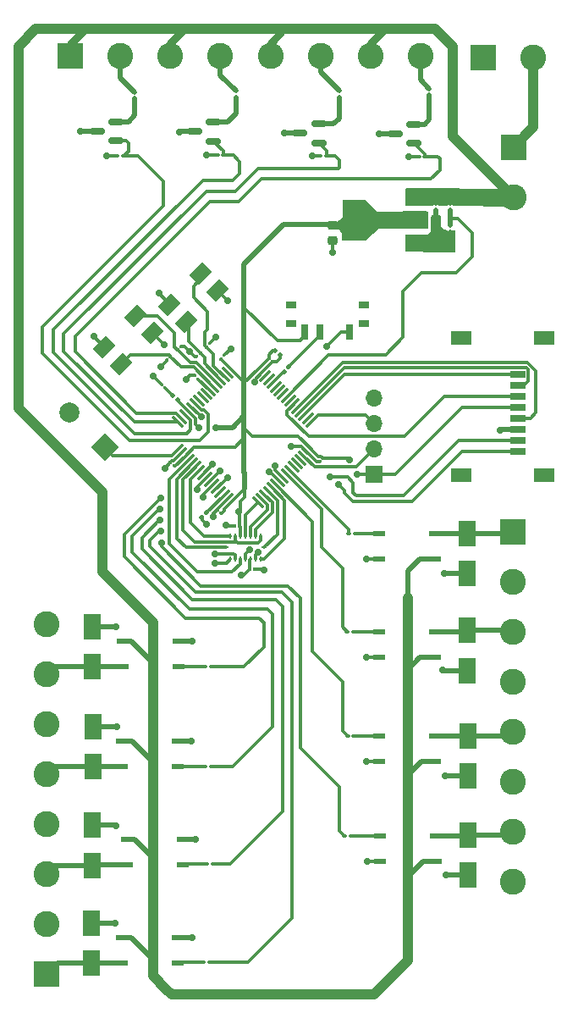
<source format=gtl>
G04 #@! TF.GenerationSoftware,KiCad,Pcbnew,(6.0.7)*
G04 #@! TF.CreationDate,2023-04-24T09:06:52-07:00*
G04 #@! TF.ProjectId,OBC-Attempt-2,4f42432d-4174-4746-956d-70742d322e6b,rev?*
G04 #@! TF.SameCoordinates,Original*
G04 #@! TF.FileFunction,Copper,L1,Top*
G04 #@! TF.FilePolarity,Positive*
%FSLAX46Y46*%
G04 Gerber Fmt 4.6, Leading zero omitted, Abs format (unit mm)*
G04 Created by KiCad (PCBNEW (6.0.7)) date 2023-04-24 09:06:52*
%MOMM*%
%LPD*%
G01*
G04 APERTURE LIST*
G04 Aperture macros list*
%AMRoundRect*
0 Rectangle with rounded corners*
0 $1 Rounding radius*
0 $2 $3 $4 $5 $6 $7 $8 $9 X,Y pos of 4 corners*
0 Add a 4 corners polygon primitive as box body*
4,1,4,$2,$3,$4,$5,$6,$7,$8,$9,$2,$3,0*
0 Add four circle primitives for the rounded corners*
1,1,$1+$1,$2,$3*
1,1,$1+$1,$4,$5*
1,1,$1+$1,$6,$7*
1,1,$1+$1,$8,$9*
0 Add four rect primitives between the rounded corners*
20,1,$1+$1,$2,$3,$4,$5,0*
20,1,$1+$1,$4,$5,$6,$7,0*
20,1,$1+$1,$6,$7,$8,$9,0*
20,1,$1+$1,$8,$9,$2,$3,0*%
%AMRotRect*
0 Rectangle, with rotation*
0 The origin of the aperture is its center*
0 $1 length*
0 $2 width*
0 $3 Rotation angle, in degrees counterclockwise*
0 Add horizontal line*
21,1,$1,$2,0,0,$3*%
G04 Aperture macros list end*
G04 #@! TA.AperFunction,SMDPad,CuDef*
%ADD10RoundRect,0.100000X0.130000X0.100000X-0.130000X0.100000X-0.130000X-0.100000X0.130000X-0.100000X0*%
G04 #@! TD*
G04 #@! TA.AperFunction,SMDPad,CuDef*
%ADD11RoundRect,0.100000X-0.130000X-0.100000X0.130000X-0.100000X0.130000X0.100000X-0.130000X0.100000X0*%
G04 #@! TD*
G04 #@! TA.AperFunction,SMDPad,CuDef*
%ADD12R,1.800000X2.500000*%
G04 #@! TD*
G04 #@! TA.AperFunction,SMDPad,CuDef*
%ADD13RoundRect,0.150000X0.587500X0.150000X-0.587500X0.150000X-0.587500X-0.150000X0.587500X-0.150000X0*%
G04 #@! TD*
G04 #@! TA.AperFunction,SMDPad,CuDef*
%ADD14RoundRect,0.075000X0.141421X-0.035355X-0.035355X0.141421X-0.141421X0.035355X0.035355X-0.141421X0*%
G04 #@! TD*
G04 #@! TA.AperFunction,SMDPad,CuDef*
%ADD15RoundRect,0.100000X0.021213X0.162635X-0.162635X-0.021213X-0.021213X-0.162635X0.162635X0.021213X0*%
G04 #@! TD*
G04 #@! TA.AperFunction,SMDPad,CuDef*
%ADD16R,0.254000X0.482600*%
G04 #@! TD*
G04 #@! TA.AperFunction,SMDPad,CuDef*
%ADD17R,0.482600X0.254000*%
G04 #@! TD*
G04 #@! TA.AperFunction,SMDPad,CuDef*
%ADD18R,1.300000X0.600000*%
G04 #@! TD*
G04 #@! TA.AperFunction,SMDPad,CuDef*
%ADD19RoundRect,0.075000X-0.125000X-0.075000X0.125000X-0.075000X0.125000X0.075000X-0.125000X0.075000X0*%
G04 #@! TD*
G04 #@! TA.AperFunction,SMDPad,CuDef*
%ADD20R,2.000000X1.500000*%
G04 #@! TD*
G04 #@! TA.AperFunction,SMDPad,CuDef*
%ADD21R,2.000000X3.800000*%
G04 #@! TD*
G04 #@! TA.AperFunction,SMDPad,CuDef*
%ADD22RoundRect,0.075000X-0.035355X-0.141421X0.141421X0.035355X0.035355X0.141421X-0.141421X-0.035355X0*%
G04 #@! TD*
G04 #@! TA.AperFunction,SMDPad,CuDef*
%ADD23RoundRect,0.075000X0.035355X0.141421X-0.141421X-0.035355X-0.035355X-0.141421X0.141421X0.035355X0*%
G04 #@! TD*
G04 #@! TA.AperFunction,SMDPad,CuDef*
%ADD24RoundRect,0.225000X-0.250000X0.225000X-0.250000X-0.225000X0.250000X-0.225000X0.250000X0.225000X0*%
G04 #@! TD*
G04 #@! TA.AperFunction,SMDPad,CuDef*
%ADD25RoundRect,0.100000X0.100000X-0.130000X0.100000X0.130000X-0.100000X0.130000X-0.100000X-0.130000X0*%
G04 #@! TD*
G04 #@! TA.AperFunction,SMDPad,CuDef*
%ADD26RoundRect,0.075000X0.125000X0.075000X-0.125000X0.075000X-0.125000X-0.075000X0.125000X-0.075000X0*%
G04 #@! TD*
G04 #@! TA.AperFunction,SMDPad,CuDef*
%ADD27R,0.700000X1.500000*%
G04 #@! TD*
G04 #@! TA.AperFunction,SMDPad,CuDef*
%ADD28R,1.000000X0.800000*%
G04 #@! TD*
G04 #@! TA.AperFunction,SMDPad,CuDef*
%ADD29RoundRect,0.100000X-0.100000X0.130000X-0.100000X-0.130000X0.100000X-0.130000X0.100000X0.130000X0*%
G04 #@! TD*
G04 #@! TA.AperFunction,SMDPad,CuDef*
%ADD30RoundRect,0.100000X0.162635X-0.021213X-0.021213X0.162635X-0.162635X0.021213X0.021213X-0.162635X0*%
G04 #@! TD*
G04 #@! TA.AperFunction,SMDPad,CuDef*
%ADD31RotRect,1.400000X1.800000X315.000000*%
G04 #@! TD*
G04 #@! TA.AperFunction,SMDPad,CuDef*
%ADD32RoundRect,0.100000X-0.021213X-0.162635X0.162635X0.021213X0.021213X0.162635X-0.162635X-0.021213X0*%
G04 #@! TD*
G04 #@! TA.AperFunction,SMDPad,CuDef*
%ADD33RoundRect,0.075000X-0.141421X0.035355X0.035355X-0.141421X0.141421X-0.035355X-0.035355X0.141421X0*%
G04 #@! TD*
G04 #@! TA.AperFunction,SMDPad,CuDef*
%ADD34R,1.500000X0.800000*%
G04 #@! TD*
G04 #@! TA.AperFunction,SMDPad,CuDef*
%ADD35R,2.000000X1.450000*%
G04 #@! TD*
G04 #@! TA.AperFunction,SMDPad,CuDef*
%ADD36RoundRect,0.075000X-0.548008X0.441942X0.441942X-0.548008X0.548008X-0.441942X-0.441942X0.548008X0*%
G04 #@! TD*
G04 #@! TA.AperFunction,SMDPad,CuDef*
%ADD37RoundRect,0.075000X-0.548008X-0.441942X-0.441942X-0.548008X0.548008X0.441942X0.441942X0.548008X0*%
G04 #@! TD*
G04 #@! TA.AperFunction,ComponentPad*
%ADD38R,2.600000X2.600000*%
G04 #@! TD*
G04 #@! TA.AperFunction,ComponentPad*
%ADD39C,2.600000*%
G04 #@! TD*
G04 #@! TA.AperFunction,ComponentPad*
%ADD40RotRect,2.000000X2.000000X135.000000*%
G04 #@! TD*
G04 #@! TA.AperFunction,ComponentPad*
%ADD41C,2.000000*%
G04 #@! TD*
G04 #@! TA.AperFunction,ComponentPad*
%ADD42R,1.700000X1.700000*%
G04 #@! TD*
G04 #@! TA.AperFunction,ComponentPad*
%ADD43O,1.700000X1.700000*%
G04 #@! TD*
G04 #@! TA.AperFunction,ViaPad*
%ADD44C,0.700000*%
G04 #@! TD*
G04 #@! TA.AperFunction,Conductor*
%ADD45C,0.300000*%
G04 #@! TD*
G04 #@! TA.AperFunction,Conductor*
%ADD46C,0.500000*%
G04 #@! TD*
G04 #@! TA.AperFunction,Conductor*
%ADD47C,0.750000*%
G04 #@! TD*
G04 #@! TA.AperFunction,Conductor*
%ADD48C,1.000000*%
G04 #@! TD*
G04 APERTURE END LIST*
D10*
X61373400Y-98480400D03*
X60733400Y-98480400D03*
D11*
X46473400Y-101464200D03*
X47113400Y-101464200D03*
D12*
X35263400Y-101514200D03*
X35263400Y-97514200D03*
D13*
X57832100Y-39153200D03*
X57832100Y-37253200D03*
X55957100Y-38203200D03*
D14*
X45790377Y-62771177D03*
X45436823Y-62417623D03*
D15*
X46589307Y-76124209D03*
X46136759Y-76576757D03*
D12*
X35173400Y-111374200D03*
X35173400Y-107374200D03*
D16*
X51989800Y-80767500D03*
X51489801Y-80767500D03*
X50989799Y-80767500D03*
X50489800Y-80767500D03*
X49989801Y-80767500D03*
X49489799Y-80767500D03*
X48989800Y-80767500D03*
D17*
X48578500Y-79611800D03*
D16*
X48989800Y-78456100D03*
X49489799Y-78456100D03*
X49989801Y-78456100D03*
X50489800Y-78456100D03*
X50989799Y-78456100D03*
X51489801Y-78456100D03*
X51989800Y-78456100D03*
D17*
X52401100Y-79611800D03*
D18*
X43843400Y-91510400D03*
X43843400Y-88970400D03*
X38243400Y-88970400D03*
X38243400Y-91510400D03*
D19*
X50956600Y-81739800D03*
X51456600Y-81739800D03*
D11*
X57971600Y-40489200D03*
X58611600Y-40489200D03*
D18*
X63853400Y-88050400D03*
X63853400Y-90590400D03*
X69453400Y-90590400D03*
X69453400Y-88050400D03*
D13*
X47316500Y-38975400D03*
X47316500Y-37075400D03*
X45441500Y-38025400D03*
D20*
X67630000Y-49190000D03*
X67630000Y-46890000D03*
D21*
X61330000Y-46890000D03*
D20*
X67630000Y-44590000D03*
D22*
X46592655Y-59560061D03*
X46946209Y-59206507D03*
D11*
X46273400Y-121030400D03*
X46913400Y-121030400D03*
D18*
X63963400Y-108460400D03*
X63963400Y-111000400D03*
X69563400Y-111000400D03*
X69563400Y-108460400D03*
D23*
X58265455Y-70694345D03*
X57911901Y-71047899D03*
D10*
X61473401Y-78240400D03*
X60833401Y-78240400D03*
D24*
X59210000Y-47375000D03*
X59210000Y-48925000D03*
D18*
X63863400Y-78240400D03*
X63863400Y-80780400D03*
X69463400Y-80780400D03*
X69463400Y-78240400D03*
D25*
X39440000Y-34710000D03*
X39440000Y-34070000D03*
D18*
X43763400Y-101494200D03*
X43763400Y-98954200D03*
X38163400Y-98954200D03*
X38163400Y-101494200D03*
D10*
X61053401Y-108480401D03*
X60413401Y-108480401D03*
D26*
X49931600Y-77489800D03*
X49431600Y-77489800D03*
D14*
X43358377Y-71466577D03*
X43004823Y-71113023D03*
D27*
X60944600Y-58045200D03*
X57944600Y-58045200D03*
X56444600Y-58045200D03*
D28*
X62344600Y-57260200D03*
X62344600Y-55330200D03*
X55044600Y-55330200D03*
X55044600Y-57260200D03*
D13*
X37537500Y-38950000D03*
X37537500Y-37050000D03*
X35662500Y-38000000D03*
D29*
X69550000Y-45230000D03*
X69550000Y-45870000D03*
D22*
X48028646Y-60738154D03*
X48382200Y-60384600D03*
D13*
X67382500Y-39204000D03*
X67382500Y-37304000D03*
X65507500Y-38254000D03*
D10*
X61343400Y-88030401D03*
X60703400Y-88030401D03*
D18*
X44213400Y-111360400D03*
X44213400Y-108820400D03*
X38613400Y-108820400D03*
X38613400Y-111360400D03*
D29*
X70960000Y-45230000D03*
X70960000Y-45870000D03*
D23*
X45981010Y-60171706D03*
X45627456Y-60525260D03*
D12*
X35133400Y-121174200D03*
X35133400Y-117174200D03*
D30*
X43233726Y-64393726D03*
X43686274Y-64846274D03*
D11*
X47674000Y-40413000D03*
X48314000Y-40413000D03*
D12*
X72693400Y-87900400D03*
X72693400Y-91900400D03*
D25*
X68880000Y-34370000D03*
X68880000Y-33730000D03*
D23*
X42983810Y-60527306D03*
X42630256Y-60880860D03*
D25*
X49570000Y-34600000D03*
X49570000Y-33960000D03*
D11*
X46613400Y-111254200D03*
X47253400Y-111254200D03*
D14*
X42476777Y-63686777D03*
X42123223Y-63333223D03*
D12*
X72803400Y-98470400D03*
X72803400Y-102470400D03*
D11*
X67816600Y-40514600D03*
X68456600Y-40514600D03*
D31*
X46015907Y-52214637D03*
X42904637Y-55325907D03*
X44601693Y-57022963D03*
X47712963Y-53911693D03*
D11*
X46473400Y-91540400D03*
X47113400Y-91540400D03*
D12*
X72763400Y-108350400D03*
X72763400Y-112350400D03*
D32*
X54357204Y-62029596D03*
X54809752Y-61577048D03*
D33*
X52841056Y-60679706D03*
X53194610Y-61033260D03*
D34*
X77763900Y-62315400D03*
X77763900Y-63415400D03*
X77763900Y-64515400D03*
X77763900Y-65615400D03*
X77763900Y-66715400D03*
X77763900Y-67815400D03*
X77763900Y-68915400D03*
X77763900Y-70015400D03*
D35*
X80363900Y-72390400D03*
X80363900Y-58640400D03*
X72063900Y-72390400D03*
X72063900Y-58640400D03*
D12*
X72663400Y-78190400D03*
X72663400Y-82190400D03*
D36*
X49056697Y-61768241D03*
X48703144Y-62121794D03*
X48349591Y-62475347D03*
X47996037Y-62828901D03*
X47642484Y-63182454D03*
X47288930Y-63536008D03*
X46935377Y-63889561D03*
X46581824Y-64243114D03*
X46228270Y-64596668D03*
X45874717Y-64950221D03*
X45521164Y-65303774D03*
X45167610Y-65657328D03*
X44814057Y-66010881D03*
X44460503Y-66364435D03*
X44106950Y-66717988D03*
X43753397Y-67071541D03*
D37*
X43753397Y-69793903D03*
X44106950Y-70147456D03*
X44460503Y-70501009D03*
X44814057Y-70854563D03*
X45167610Y-71208116D03*
X45521164Y-71561670D03*
X45874717Y-71915223D03*
X46228270Y-72268776D03*
X46581824Y-72622330D03*
X46935377Y-72975883D03*
X47288930Y-73329436D03*
X47642484Y-73682990D03*
X47996037Y-74036543D03*
X48349591Y-74390097D03*
X48703144Y-74743650D03*
X49056697Y-75097203D03*
D36*
X51779059Y-75097203D03*
X52132612Y-74743650D03*
X52486165Y-74390097D03*
X52839719Y-74036543D03*
X53193272Y-73682990D03*
X53546826Y-73329436D03*
X53900379Y-72975883D03*
X54253932Y-72622330D03*
X54607486Y-72268776D03*
X54961039Y-71915223D03*
X55314592Y-71561670D03*
X55668146Y-71208116D03*
X56021699Y-70854563D03*
X56375253Y-70501009D03*
X56728806Y-70147456D03*
X57082359Y-69793903D03*
D37*
X57082359Y-67071541D03*
X56728806Y-66717988D03*
X56375253Y-66364435D03*
X56021699Y-66010881D03*
X55668146Y-65657328D03*
X55314592Y-65303774D03*
X54961039Y-64950221D03*
X54607486Y-64596668D03*
X54253932Y-64243114D03*
X53900379Y-63889561D03*
X53546826Y-63536008D03*
X53193272Y-63182454D03*
X52839719Y-62828901D03*
X52486165Y-62475347D03*
X52132612Y-62121794D03*
X51779059Y-61768241D03*
D14*
X48063810Y-76171660D03*
X47710256Y-75818106D03*
D25*
X59880000Y-34610000D03*
X59880000Y-33970000D03*
D31*
X39500940Y-56471120D03*
X36389670Y-59582390D03*
X38086726Y-61279446D03*
X41197996Y-58168176D03*
D11*
X37666400Y-40489200D03*
X38306400Y-40489200D03*
D30*
X53955307Y-60371557D03*
X53502759Y-59919009D03*
D18*
X43723400Y-121180400D03*
X43723400Y-118640400D03*
X38123400Y-118640400D03*
X38123400Y-121180400D03*
X63893400Y-98430400D03*
X63893400Y-100970400D03*
X69493400Y-100970400D03*
X69493400Y-98430400D03*
D22*
X43697056Y-59864860D03*
X44050610Y-59511306D03*
D29*
X70960000Y-47430000D03*
X70960000Y-48070000D03*
D12*
X35183400Y-91524200D03*
X35183400Y-87524200D03*
D38*
X77305000Y-39600000D03*
D39*
X77305000Y-44600000D03*
D38*
X33000000Y-30495000D03*
D39*
X38000000Y-30495000D03*
X43000000Y-30495000D03*
X48000000Y-30495000D03*
X53000000Y-30495000D03*
X58000000Y-30495000D03*
X63000000Y-30495000D03*
X68000000Y-30495000D03*
D40*
X36417006Y-69607006D03*
D41*
X32881472Y-66071472D03*
D42*
X63393600Y-72312600D03*
D43*
X63393600Y-69772600D03*
X63393600Y-67232600D03*
X63393600Y-64692600D03*
D38*
X30578400Y-122260400D03*
D39*
X30578400Y-117260400D03*
X30578400Y-112260400D03*
X30578400Y-107260400D03*
X30578400Y-102260400D03*
X30578400Y-97260400D03*
X30578400Y-92260400D03*
X30578400Y-87260400D03*
D38*
X77243400Y-78040400D03*
D39*
X77243400Y-83040400D03*
X77243400Y-88040400D03*
X77243400Y-93040400D03*
X77243400Y-98040400D03*
X77243400Y-103040400D03*
X77243400Y-108040400D03*
X77243400Y-113040400D03*
D38*
X74300000Y-30600000D03*
D39*
X79300000Y-30600000D03*
D44*
X69260000Y-49640000D03*
X70473400Y-102460400D03*
X63905000Y-38279400D03*
X70980000Y-48950000D03*
X42481600Y-71664800D03*
X34009200Y-38000000D03*
X35313400Y-58490400D03*
X49042600Y-59724200D03*
X45113400Y-98950400D03*
X47481600Y-80238300D03*
X41250000Y-62440000D03*
X50956600Y-79789800D03*
X62603400Y-90570400D03*
X41829000Y-54212400D03*
X51802079Y-80053584D03*
X37663400Y-97500400D03*
X37463400Y-117160400D03*
X47306600Y-76564800D03*
X54405400Y-38203200D03*
X46631600Y-77314800D03*
X51404200Y-63101800D03*
X44902400Y-60029000D03*
X58593000Y-59521000D03*
X66800600Y-40514600D03*
X45533400Y-108820400D03*
X70533400Y-112330400D03*
X46109160Y-66495194D03*
X47569400Y-58581200D03*
X48556600Y-77339800D03*
X55087200Y-69477200D03*
X44572200Y-62772200D03*
X57148600Y-40489200D03*
X46607600Y-40413000D03*
X59200000Y-50150000D03*
X70413400Y-82190400D03*
X42337000Y-59317800D03*
X69250000Y-48610000D03*
X37583400Y-87510400D03*
X62593402Y-80790401D03*
X45133400Y-118620400D03*
X69575600Y-46758400D03*
X70263400Y-91870400D03*
X47481600Y-81189800D03*
X75966600Y-67852200D03*
X43864400Y-38050800D03*
X36625400Y-40463800D03*
X42006800Y-61527600D03*
X48763200Y-54974400D03*
X62703399Y-110960400D03*
X52356600Y-81889800D03*
X45173400Y-88980400D03*
X37543400Y-107390400D03*
X62593401Y-100980402D03*
X45853400Y-67640400D03*
X49856600Y-75989800D03*
X50106600Y-82339800D03*
X47563400Y-67650400D03*
X61663400Y-72310400D03*
X60873400Y-70880400D03*
X58956600Y-72564800D03*
X52831600Y-72039800D03*
X53506600Y-71439800D03*
X59856600Y-73339800D03*
X47181600Y-71264800D03*
X41956600Y-75739800D03*
X41981600Y-76839800D03*
X45683100Y-73789800D03*
X42006600Y-74664800D03*
X47956600Y-71914800D03*
X46281600Y-74539800D03*
X42056600Y-77939800D03*
X48731600Y-72664800D03*
X42106600Y-79164800D03*
D45*
X43753397Y-69793903D02*
X43753397Y-69796603D01*
X43130000Y-70420000D02*
X37230000Y-70420000D01*
X43753397Y-69796603D02*
X43130000Y-70420000D01*
X37230000Y-70420000D02*
X36417006Y-69607006D01*
D46*
X35133400Y-117174200D02*
X37449600Y-117174200D01*
X72763400Y-112350400D02*
X70553400Y-112350400D01*
D45*
X63963402Y-101000402D02*
X62613402Y-101000402D01*
X52132612Y-62095258D02*
X53194610Y-61033260D01*
X47505100Y-80214800D02*
X47481600Y-80238300D01*
X46109160Y-66495194D02*
X45271294Y-65657328D01*
X36389670Y-59566670D02*
X35313400Y-58490400D01*
D46*
X72803400Y-102470400D02*
X70483400Y-102470400D01*
D45*
X44384706Y-59511306D02*
X44902400Y-60029000D01*
X48703144Y-74743650D02*
X48703144Y-74744856D01*
X59200000Y-50150000D02*
X59200000Y-48935000D01*
X57629249Y-71047899D02*
X57911901Y-71047899D01*
X49489799Y-80767500D02*
X49489799Y-80372999D01*
X48606600Y-81139800D02*
X48556600Y-81189800D01*
X51404200Y-63101800D02*
X51404200Y-62850206D01*
X63963400Y-111000401D02*
X62743401Y-111000402D01*
D46*
X65507500Y-38254000D02*
X63930400Y-38254000D01*
D45*
X47712963Y-53911693D02*
X47712963Y-53924163D01*
X41197996Y-58178796D02*
X42337000Y-59317800D01*
X51456600Y-81739800D02*
X52206600Y-81739800D01*
X45271294Y-65657328D02*
X45167610Y-65657328D01*
X60944600Y-58045200D02*
X60068800Y-58045200D01*
X37666400Y-40489200D02*
X36650800Y-40489200D01*
D46*
X35173400Y-107374200D02*
X37527200Y-107374200D01*
D45*
X49431600Y-77489800D02*
X48706600Y-77489800D01*
X44926777Y-62417623D02*
X44572200Y-62772200D01*
D46*
X37649600Y-97514200D02*
X37663400Y-97500400D01*
D45*
X56103200Y-69528000D02*
X56052400Y-69477200D01*
X48989800Y-80767500D02*
X48978900Y-80767500D01*
X47674000Y-40413000D02*
X46607600Y-40413000D01*
X42904637Y-55325907D02*
X42904637Y-55288037D01*
X42123223Y-63313223D02*
X41250000Y-62440000D01*
D46*
X37569600Y-87524200D02*
X37583400Y-87510400D01*
X70483400Y-102470400D02*
X70473400Y-102460400D01*
D45*
X63863401Y-80780402D02*
X62603401Y-80780402D01*
X42123223Y-63333223D02*
X42123223Y-63313223D01*
X45436823Y-62417623D02*
X44926777Y-62417623D01*
X48706600Y-77489800D02*
X48556600Y-77339800D01*
D46*
X35263400Y-97514200D02*
X37649600Y-97514200D01*
X37527200Y-107374200D02*
X37543400Y-107390400D01*
D45*
X47712963Y-53924163D02*
X48763200Y-54974400D01*
D46*
X55957100Y-38203200D02*
X54405400Y-38203200D01*
D45*
X56722656Y-70147456D02*
X56103200Y-69528000D01*
D46*
X72693400Y-91900400D02*
X70293400Y-91900400D01*
D45*
X60068800Y-58045200D02*
X58593000Y-59521000D01*
D46*
X45113400Y-118640400D02*
X45133400Y-118620400D01*
D45*
X50956600Y-79789800D02*
X50489800Y-80256600D01*
X51489801Y-80365862D02*
X51489801Y-80767500D01*
X70960000Y-48070000D02*
X70960000Y-48930000D01*
X48703144Y-74744856D02*
X47710256Y-75737744D01*
X49331600Y-80214800D02*
X47505100Y-80214800D01*
D46*
X70293400Y-91900400D02*
X70263400Y-91870400D01*
X72663400Y-82190400D02*
X70413400Y-82190400D01*
X45163400Y-88970400D02*
X45173400Y-88980400D01*
D45*
X53616740Y-61033260D02*
X53955307Y-60694693D01*
X47306600Y-76564800D02*
X47306600Y-76221762D01*
D46*
X43763400Y-98954200D02*
X45109600Y-98954200D01*
D45*
X47710256Y-75737744D02*
X47710256Y-75818106D01*
X62613402Y-101000402D02*
X62593401Y-100980402D01*
X62743401Y-111000402D02*
X62703399Y-110960400D01*
X52206600Y-81739800D02*
X52356600Y-81889800D01*
D46*
X37449600Y-117174200D02*
X37463400Y-117160400D01*
D45*
X44106950Y-70147456D02*
X43281250Y-70973156D01*
X49489799Y-80372999D02*
X49331600Y-80214800D01*
X56728806Y-70147456D02*
X57629249Y-71047899D01*
D46*
X76003400Y-67815400D02*
X75966600Y-67852200D01*
D45*
X43281250Y-70973156D02*
X43144690Y-70973156D01*
X43889800Y-38025400D02*
X43864400Y-38050800D01*
X53955307Y-60694693D02*
X53955307Y-60371557D01*
X45398660Y-60525260D02*
X44902400Y-60029000D01*
X51404200Y-62850206D02*
X52132612Y-62121794D01*
X48382200Y-60384600D02*
X49042600Y-59724200D01*
X43144690Y-70973156D02*
X43004823Y-71113023D01*
X53194610Y-61033260D02*
X53616740Y-61033260D01*
X59200000Y-48935000D02*
X59210000Y-48925000D01*
X67816600Y-40514600D02*
X66800600Y-40514600D01*
X36650800Y-40489200D02*
X36625400Y-40463800D01*
X46946209Y-59204391D02*
X47569400Y-58581200D01*
X51802079Y-80053584D02*
X51489801Y-80365862D01*
X43004823Y-71141577D02*
X42481600Y-71664800D01*
D46*
X43843400Y-88970400D02*
X45163400Y-88970400D01*
D45*
X44050610Y-59511306D02*
X44384706Y-59511306D01*
X48556600Y-81189800D02*
X47481600Y-81189800D01*
X46186256Y-76527260D02*
X46186256Y-76869456D01*
X63930400Y-38254000D02*
X63905000Y-38279400D01*
D46*
X77763900Y-67815400D02*
X76003400Y-67815400D01*
X70553400Y-112350400D02*
X70533400Y-112330400D01*
D45*
X43004823Y-71113023D02*
X43004823Y-71141577D01*
D46*
X45109600Y-98954200D02*
X45113400Y-98950400D01*
X43723400Y-118640400D02*
X45113400Y-118640400D01*
D45*
X52132612Y-62121794D02*
X52132612Y-62095258D01*
X56052400Y-69477200D02*
X55087200Y-69477200D01*
X47306600Y-76221762D02*
X47710256Y-75818106D01*
D46*
X45441500Y-38025400D02*
X43889800Y-38025400D01*
D45*
X62623402Y-90590402D02*
X62603400Y-90570400D01*
X45627456Y-60525260D02*
X45398660Y-60525260D01*
X41197996Y-58168176D02*
X41197996Y-58178796D01*
D46*
X35662500Y-38000000D02*
X34009200Y-38000000D01*
D45*
X36389670Y-59582390D02*
X36389670Y-59566670D01*
X46186256Y-76869456D02*
X46631600Y-77314800D01*
D46*
X69550000Y-45870000D02*
X69550000Y-46732800D01*
D45*
X46946209Y-59206507D02*
X46946209Y-59204391D01*
X42904637Y-55288037D02*
X41829000Y-54212400D01*
X63853402Y-90590402D02*
X62623402Y-90590402D01*
X57971600Y-40489200D02*
X57148600Y-40489200D01*
X50489800Y-80256600D02*
X50489800Y-80767500D01*
X70960000Y-48930000D02*
X70980000Y-48950000D01*
X42630256Y-60904144D02*
X42006800Y-61527600D01*
X42630256Y-60880860D02*
X42630256Y-60904144D01*
X48978900Y-80767500D02*
X48606600Y-81139800D01*
D46*
X44213400Y-108820400D02*
X45533400Y-108820400D01*
D45*
X62603401Y-80780402D02*
X62593402Y-80790401D01*
X56728806Y-70147456D02*
X56722656Y-70147456D01*
D46*
X35183400Y-87524200D02*
X37569600Y-87524200D01*
D45*
X56444600Y-58429200D02*
X55993400Y-58880400D01*
X49443400Y-69590400D02*
X50373400Y-68660400D01*
X63393600Y-72312600D02*
X65481200Y-72312600D01*
D46*
X50383400Y-73288466D02*
X50383400Y-72150400D01*
D45*
X43358377Y-71466577D02*
X43494935Y-71466577D01*
D46*
X50373400Y-51286600D02*
X50373400Y-55430400D01*
D45*
X58265455Y-70694345D02*
X60687345Y-70694345D01*
X48149740Y-76171660D02*
X48063810Y-76171660D01*
X49989801Y-74981599D02*
X49989801Y-75856599D01*
D46*
X50373400Y-66480400D02*
X50373400Y-66950400D01*
D45*
X60687345Y-70694345D02*
X60873400Y-70880400D01*
X48028646Y-60738154D02*
X48028646Y-60740190D01*
X50373400Y-63090400D02*
X50373400Y-63250400D01*
X57082359Y-69793903D02*
X57082359Y-69789359D01*
X57082359Y-69789359D02*
X55743400Y-68450400D01*
X49931600Y-76064800D02*
X49931600Y-77489800D01*
X56444600Y-58045200D02*
X56444600Y-58429200D01*
X51779059Y-61774741D02*
X50373400Y-63180400D01*
X45513400Y-67300400D02*
X45853400Y-67640400D01*
X44460503Y-70501009D02*
X44460503Y-70483297D01*
X55993400Y-58880400D02*
X53683400Y-58880400D01*
D46*
X50373400Y-67530400D02*
X50373400Y-68660400D01*
D45*
X50406600Y-74564800D02*
X50406600Y-73747300D01*
X45513400Y-66690400D02*
X45513400Y-67230400D01*
X49989801Y-74981599D02*
X50406600Y-74564800D01*
X45513400Y-67230400D02*
X45513400Y-67300400D01*
D46*
X50373400Y-68660400D02*
X50373400Y-72140400D01*
D45*
X49056697Y-61768241D02*
X49056697Y-61773697D01*
X57783400Y-70470400D02*
X58041510Y-70470400D01*
D46*
X54350000Y-47310000D02*
X50373400Y-51286600D01*
D45*
X55743400Y-68450400D02*
X51203400Y-68450400D01*
D46*
X50363400Y-66480400D02*
X50373400Y-66480400D01*
X59280000Y-47320000D02*
X59270000Y-47310000D01*
D45*
X50406600Y-73747300D02*
X49056697Y-75097203D01*
X52841056Y-60679706D02*
X52841056Y-60341056D01*
X49989801Y-77548001D02*
X49931600Y-77489800D01*
X44814057Y-66010881D02*
X44810881Y-66010881D01*
X44833881Y-66010881D02*
X45433400Y-66610400D01*
X43494935Y-71466577D02*
X44460503Y-70501009D01*
D46*
X59270000Y-47310000D02*
X54350000Y-47310000D01*
D45*
X49049197Y-75097203D02*
X48406600Y-75739800D01*
X52841056Y-60706244D02*
X51779059Y-61768241D01*
X52841056Y-60679706D02*
X52841056Y-60706244D01*
X45353400Y-69590400D02*
X49443400Y-69590400D01*
D46*
X50373400Y-72140400D02*
X50383400Y-72150400D01*
X50373400Y-55430400D02*
X50373400Y-63250400D01*
D45*
X63391400Y-72310400D02*
X63393600Y-72312600D01*
X51203400Y-68450400D02*
X50373400Y-67620400D01*
X52830000Y-60330000D02*
X53240991Y-59919009D01*
X61663400Y-72310400D02*
X63391400Y-72310400D01*
X65481200Y-72312600D02*
X72178400Y-65615400D01*
X45433400Y-66610400D02*
X45513400Y-66690400D01*
X72178400Y-65615400D02*
X77763900Y-65615400D01*
X49856600Y-75989800D02*
X49931600Y-76064800D01*
X50989799Y-80767500D02*
X50956600Y-80800699D01*
X43686274Y-64886274D02*
X43686274Y-64846274D01*
X49056697Y-61773697D02*
X50373400Y-63090400D01*
X50106600Y-82339800D02*
X50356600Y-82339800D01*
X44460503Y-70483297D02*
X45353400Y-69590400D01*
X50373400Y-67620400D02*
X50373400Y-67530400D01*
X48028646Y-60740190D02*
X49056697Y-61768241D01*
D46*
X49193400Y-67650400D02*
X50363400Y-66480400D01*
D45*
X50356600Y-82339800D02*
X50956600Y-81739800D01*
X57082359Y-69793903D02*
X57106903Y-69793903D01*
X49056697Y-75097203D02*
X49049197Y-75097203D01*
D46*
X50373400Y-66950400D02*
X50373400Y-67530400D01*
D45*
X48406600Y-75914800D02*
X48149740Y-76171660D01*
D46*
X47563400Y-67650400D02*
X49193400Y-67650400D01*
D45*
X50373400Y-55570400D02*
X50373400Y-55430400D01*
X58041510Y-70470400D02*
X58265455Y-70694345D01*
X49989801Y-75856599D02*
X49856600Y-75989800D01*
X57106903Y-69793903D02*
X57783400Y-70470400D01*
X44810881Y-66010881D02*
X43686274Y-64886274D01*
X50956600Y-80800699D02*
X50956600Y-81739800D01*
X49989801Y-78456100D02*
X49989801Y-77548001D01*
X53683400Y-58880400D02*
X50373400Y-55570400D01*
X51779059Y-61768241D02*
X51779059Y-61774741D01*
D46*
X50406600Y-73311666D02*
X50383400Y-73288466D01*
D45*
X52841056Y-60341056D02*
X52830000Y-60330000D01*
D46*
X50373400Y-63250400D02*
X50373400Y-66480400D01*
X50406600Y-73747300D02*
X50406600Y-73311666D01*
D45*
X48406600Y-75739800D02*
X48406600Y-75914800D01*
X53240991Y-59919009D02*
X53502759Y-59919009D01*
X50373400Y-63180400D02*
X50373400Y-63250400D01*
X48346703Y-74390097D02*
X46563094Y-76173706D01*
X48349591Y-74390097D02*
X48346703Y-74390097D01*
X43233726Y-64393726D02*
X43183726Y-64393726D01*
X43183726Y-64393726D02*
X42476777Y-63686777D01*
X46908761Y-63889561D02*
X45790377Y-62771177D01*
X46935377Y-63889561D02*
X46908761Y-63889561D01*
X47996037Y-62828901D02*
X46401000Y-61233864D01*
X46401000Y-61233864D02*
X46401000Y-60591696D01*
X44792326Y-58983022D02*
X44792326Y-57367846D01*
X45981010Y-60171706D02*
X44792326Y-58983022D01*
X46401000Y-60591696D02*
X45981010Y-60171706D01*
X46731200Y-57793800D02*
X46731200Y-56041200D01*
X48339347Y-62475347D02*
X47290000Y-61426000D01*
X48349591Y-62475347D02*
X48339347Y-62475347D01*
X47290000Y-60257406D02*
X46592655Y-59560061D01*
X47290000Y-61426000D02*
X47290000Y-60257406D01*
X46731200Y-56041200D02*
X45308800Y-54618800D01*
X46452788Y-59420194D02*
X46452788Y-58072212D01*
X46592655Y-59560061D02*
X46452788Y-59420194D01*
X46452788Y-58072212D02*
X46731200Y-57793800D01*
X45308800Y-53457260D02*
X46206540Y-52559520D01*
X45308800Y-54618800D02*
X45308800Y-53457260D01*
X47642484Y-63182454D02*
X45611430Y-61151400D01*
X45611430Y-61151400D02*
X44983596Y-61151400D01*
X41700120Y-56471120D02*
X39500940Y-56471120D01*
X43408743Y-58179743D02*
X41700120Y-56471120D01*
X44983596Y-61151400D02*
X43697056Y-59864860D01*
X43697056Y-59864860D02*
X43408743Y-59576547D01*
X43408743Y-59576547D02*
X43408743Y-58179743D01*
X44034904Y-61578400D02*
X42983810Y-60527306D01*
X42983810Y-60527306D02*
X42843943Y-60387439D01*
X38978733Y-60387439D02*
X38086726Y-61279446D01*
X47288930Y-63536008D02*
X45331322Y-61578400D01*
X42843943Y-60387439D02*
X38978733Y-60387439D01*
X45331322Y-61578400D02*
X44034904Y-61578400D01*
D47*
X63000000Y-30495000D02*
X63000000Y-29200000D01*
D48*
X71240000Y-29560000D02*
X69460000Y-27780000D01*
D47*
X44390000Y-27780000D02*
X44500000Y-27780000D01*
D46*
X39433400Y-108820400D02*
X41273400Y-110660400D01*
D48*
X66723400Y-112520400D02*
X66723400Y-102350400D01*
D46*
X66723400Y-81980400D02*
X67923400Y-80780400D01*
X68103400Y-100970400D02*
X66723400Y-102350400D01*
D47*
X33000000Y-29240000D02*
X34460000Y-27780000D01*
D48*
X66723400Y-120920400D02*
X66723400Y-112520400D01*
X77305000Y-44600000D02*
X71240000Y-38535000D01*
X42583400Y-123730400D02*
X43153400Y-124300400D01*
X71240000Y-38535000D02*
X71240000Y-29560000D01*
D46*
X69493400Y-100970400D02*
X68103400Y-100970400D01*
D48*
X41273400Y-110660400D02*
X41273400Y-118288200D01*
X27800000Y-65710000D02*
X36193400Y-74103400D01*
D47*
X54090000Y-28100000D02*
X54090000Y-27780000D01*
D48*
X65973400Y-121670400D02*
X66723400Y-120920400D01*
D46*
X39083400Y-88970400D02*
X41273400Y-91160400D01*
D48*
X41273400Y-87130400D02*
X41273400Y-91160400D01*
D46*
X69453400Y-90590400D02*
X67943400Y-90590400D01*
D47*
X53000000Y-30495000D02*
X53000000Y-29190000D01*
D48*
X41273400Y-91160400D02*
X41273400Y-101100400D01*
D47*
X33000000Y-30495000D02*
X33000000Y-29240000D01*
D46*
X68243400Y-111000400D02*
X66723400Y-112520400D01*
X38613400Y-108820400D02*
X39433400Y-108820400D01*
D48*
X63343400Y-124300400D02*
X65973400Y-121670400D01*
X69460000Y-27780000D02*
X64180000Y-27780000D01*
D47*
X43000000Y-29170000D02*
X44390000Y-27780000D01*
D46*
X69563400Y-111000400D02*
X68243400Y-111000400D01*
D48*
X64180000Y-27780000D02*
X54090000Y-27780000D01*
X34640000Y-27780000D02*
X29520000Y-27780000D01*
D47*
X63000000Y-29200000D02*
X64180000Y-28020000D01*
D46*
X39103400Y-118640400D02*
X41263400Y-120800400D01*
D48*
X29520000Y-27780000D02*
X27800000Y-29500000D01*
D46*
X67943400Y-90590400D02*
X66723400Y-91810400D01*
D48*
X41273400Y-118288200D02*
X41263400Y-118298200D01*
X41263400Y-118298200D02*
X41263400Y-120800400D01*
D47*
X43000000Y-30495000D02*
X43000000Y-29170000D01*
D48*
X41273400Y-101100400D02*
X41273400Y-110660400D01*
X43153400Y-124300400D02*
X61373400Y-124300400D01*
X61373400Y-124300400D02*
X63343400Y-124300400D01*
D47*
X53000000Y-29190000D02*
X54090000Y-28100000D01*
D46*
X38243400Y-88970400D02*
X39083400Y-88970400D01*
X38123400Y-118640400D02*
X39103400Y-118640400D01*
D47*
X34460000Y-27780000D02*
X34640000Y-27780000D01*
D48*
X41263400Y-122410400D02*
X42583400Y-123730400D01*
X36193400Y-74103400D02*
X36193400Y-82050400D01*
X54090000Y-27780000D02*
X44500000Y-27780000D01*
D46*
X38163400Y-98954200D02*
X39127200Y-98954200D01*
D47*
X64180000Y-28020000D02*
X64180000Y-27780000D01*
D48*
X36193400Y-82050400D02*
X41273400Y-87130400D01*
D46*
X66723400Y-84650400D02*
X66723400Y-81980400D01*
D48*
X66723400Y-91810400D02*
X66723400Y-84650400D01*
D46*
X67923400Y-80780400D02*
X69463400Y-80780400D01*
D48*
X66723400Y-102350400D02*
X66723400Y-91810400D01*
X41263400Y-120800400D02*
X41263400Y-122410400D01*
D46*
X39127200Y-98954200D02*
X41273400Y-101100400D01*
D48*
X27800000Y-29500000D02*
X27800000Y-65710000D01*
X44500000Y-27780000D02*
X34640000Y-27780000D01*
D46*
X31314600Y-91524200D02*
X30578400Y-92260400D01*
X35197200Y-91510400D02*
X35183400Y-91524200D01*
X38243400Y-91510400D02*
X35197200Y-91510400D01*
X35183400Y-91524200D02*
X31314600Y-91524200D01*
X31664600Y-121174200D02*
X30578400Y-122260400D01*
X38123400Y-121180400D02*
X35139600Y-121180400D01*
X35133400Y-121174200D02*
X31664600Y-121174200D01*
X35139600Y-121180400D02*
X35133400Y-121174200D01*
X35283400Y-101494200D02*
X35263400Y-101514200D01*
X38163400Y-101494200D02*
X35283400Y-101494200D01*
X35263400Y-101514200D02*
X31324600Y-101514200D01*
X31324600Y-101514200D02*
X30578400Y-102260400D01*
X31464600Y-111374200D02*
X30578400Y-112260400D01*
X35173400Y-111374200D02*
X31464600Y-111374200D01*
X35187200Y-111360400D02*
X35173400Y-111374200D01*
X38613400Y-111360400D02*
X35187200Y-111360400D01*
X72803400Y-98470400D02*
X76813400Y-98470400D01*
X72763400Y-98430400D02*
X72803400Y-98470400D01*
X76813400Y-98470400D02*
X77243400Y-98040400D01*
X69493400Y-98430400D02*
X72763400Y-98430400D01*
X69453400Y-88050400D02*
X72543400Y-88050400D01*
X72543400Y-88050400D02*
X72693400Y-87900400D01*
X77103400Y-87900400D02*
X77243400Y-88040400D01*
X72693400Y-87900400D02*
X77103400Y-87900400D01*
X69563400Y-108460400D02*
X72653400Y-108460400D01*
X76933400Y-108350400D02*
X77243400Y-108040400D01*
X72763400Y-108350400D02*
X76933400Y-108350400D01*
X72653400Y-108460400D02*
X72763400Y-108350400D01*
X38000000Y-32630000D02*
X39440000Y-34070000D01*
X38000000Y-30495000D02*
X38000000Y-32630000D01*
X48000000Y-30495000D02*
X48000000Y-32390000D01*
X48000000Y-32390000D02*
X49570000Y-33960000D01*
X58000000Y-32090000D02*
X59880000Y-33970000D01*
X58000000Y-30495000D02*
X58000000Y-32090000D01*
X68000000Y-32850000D02*
X68880000Y-33730000D01*
X68000000Y-30495000D02*
X68000000Y-32850000D01*
D45*
X61624880Y-71541320D02*
X63393600Y-69772600D01*
X57415564Y-71541320D02*
X61624880Y-71541320D01*
X56375253Y-70501009D02*
X57415564Y-71541320D01*
X57082359Y-67071541D02*
X57800300Y-66353600D01*
X62514600Y-66353600D02*
X63393600Y-67232600D01*
X57800300Y-66353600D02*
X62514600Y-66353600D01*
X77763900Y-62315400D02*
X60424288Y-62315400D01*
X60424288Y-62315400D02*
X56375253Y-66364435D01*
X78790900Y-61786500D02*
X78633600Y-61629200D01*
X60403380Y-61629200D02*
X56021699Y-66010881D01*
X78367900Y-63415400D02*
X78790900Y-62992400D01*
X77763900Y-63415400D02*
X78367900Y-63415400D01*
X78633600Y-61629200D02*
X60403380Y-61629200D01*
X78790900Y-62992400D02*
X78790900Y-61786500D01*
X66381600Y-68514800D02*
X70381000Y-64515400D01*
X55314592Y-65306808D02*
X54681600Y-65939800D01*
X56831600Y-68514800D02*
X66381600Y-68514800D01*
X54681600Y-65939800D02*
X54681600Y-66364800D01*
X54681600Y-66364800D02*
X56831600Y-68514800D01*
X55314592Y-65303774D02*
X55314592Y-65306808D01*
X70381000Y-64515400D02*
X77763900Y-64515400D01*
X79573400Y-61965130D02*
X78704070Y-61095800D01*
X79573400Y-66150400D02*
X79573400Y-61965130D01*
X78704070Y-61095800D02*
X60229674Y-61095800D01*
X79008400Y-66715400D02*
X79573400Y-66150400D01*
X60229674Y-61095800D02*
X55668146Y-65657328D01*
X77763900Y-66715400D02*
X79008400Y-66715400D01*
X52831600Y-72039800D02*
X52964296Y-72039800D01*
X61281600Y-73139800D02*
X61281600Y-74139800D01*
X52964296Y-72039800D02*
X53900379Y-72975883D01*
X58956600Y-72564800D02*
X60706600Y-72564800D01*
X61556600Y-74414800D02*
X66356600Y-74414800D01*
X60706600Y-72564800D02*
X61281600Y-73139800D01*
X61281600Y-74139800D02*
X61556600Y-74414800D01*
X71856000Y-68915400D02*
X77763900Y-68915400D01*
X66356600Y-74414800D02*
X71856000Y-68915400D01*
X77763900Y-70015400D02*
X72159900Y-70015400D01*
X72159900Y-70015400D02*
X67160500Y-75014800D01*
X67160500Y-75014800D02*
X61281600Y-75014800D01*
X60431600Y-74164800D02*
X60431600Y-73914800D01*
X53506600Y-71439800D02*
X53506600Y-71874998D01*
X53506600Y-71874998D02*
X54253932Y-72622330D01*
X60431600Y-73914800D02*
X59856600Y-73339800D01*
X61281600Y-75014800D02*
X60431600Y-74164800D01*
D48*
X79300000Y-37605000D02*
X77305000Y-39600000D01*
X79300000Y-30600000D02*
X79300000Y-37605000D01*
D45*
X46067619Y-65850229D02*
X46350200Y-65850229D01*
X46350200Y-65850229D02*
X46774000Y-66274029D01*
X42290000Y-43020000D02*
X41865000Y-42595000D01*
X38307200Y-40490000D02*
X39760000Y-40490000D01*
X46774000Y-68063400D02*
X45943505Y-68893895D01*
X42290000Y-45420000D02*
X42290000Y-43020000D01*
X38784400Y-39168400D02*
X38784400Y-40011200D01*
X38566000Y-38950000D02*
X38784400Y-39168400D01*
X46774000Y-66274029D02*
X46774000Y-68063400D01*
X38929495Y-68893895D02*
X30183400Y-60147800D01*
X45943505Y-68893895D02*
X38929495Y-68893895D01*
X30183400Y-60147800D02*
X30183400Y-57526600D01*
X38784400Y-40011200D02*
X38306400Y-40489200D01*
X30183400Y-57526600D02*
X42290000Y-45420000D01*
X38306400Y-40489200D02*
X38307200Y-40490000D01*
X37537500Y-38950000D02*
X38566000Y-38950000D01*
X39760000Y-40490000D02*
X41865000Y-42595000D01*
X45521164Y-65303774D02*
X46067619Y-65850229D01*
D46*
X39440000Y-36410000D02*
X38800000Y-37050000D01*
X38800000Y-37050000D02*
X37537500Y-37050000D01*
X39440000Y-34710000D02*
X39440000Y-36410000D01*
D45*
X39443400Y-68207800D02*
X44623000Y-68207800D01*
X49830000Y-40940000D02*
X49900000Y-41010000D01*
X45006958Y-67823842D02*
X45006958Y-66910890D01*
X31323400Y-60087800D02*
X39443400Y-68207800D01*
X48314000Y-40413000D02*
X48314000Y-39972900D01*
X47316500Y-38975400D02*
X48314000Y-39972900D01*
X46240000Y-42930000D02*
X31323400Y-57846600D01*
X49810000Y-40940000D02*
X49830000Y-40940000D01*
X49230000Y-42930000D02*
X46240000Y-42930000D01*
X44623000Y-68207800D02*
X45006958Y-67823842D01*
X45006958Y-66910890D02*
X44460503Y-66364435D01*
X49900000Y-42260000D02*
X49230000Y-42930000D01*
X48314000Y-40413000D02*
X49283000Y-40413000D01*
X31323400Y-57846600D02*
X31323400Y-60087800D01*
X49900000Y-41010000D02*
X49900000Y-42260000D01*
X49283000Y-40413000D02*
X49810000Y-40940000D01*
D46*
X48694600Y-37075400D02*
X49570000Y-36200000D01*
X49570000Y-36200000D02*
X49570000Y-34600000D01*
X47316500Y-37075400D02*
X48694600Y-37075400D01*
D45*
X43753397Y-67071541D02*
X39407141Y-67071541D01*
X39407141Y-67071541D02*
X32313400Y-59977800D01*
X59870000Y-40920000D02*
X59439200Y-40489200D01*
X58611600Y-39932700D02*
X58611600Y-40489200D01*
X57832100Y-39153200D02*
X58611600Y-39932700D01*
X32313400Y-58266600D02*
X46580000Y-44000000D01*
X32313400Y-59977800D02*
X32313400Y-58266600D01*
X46580000Y-44000000D02*
X49450000Y-44000000D01*
X59439200Y-40489200D02*
X58611600Y-40489200D01*
X59810000Y-41700000D02*
X59870000Y-41640000D01*
X51750000Y-41700000D02*
X59810000Y-41700000D01*
X59870000Y-41640000D02*
X59870000Y-40920000D01*
X49450000Y-44000000D02*
X51750000Y-41700000D01*
D46*
X57832100Y-37253200D02*
X59326800Y-37253200D01*
X59326800Y-37253200D02*
X59880000Y-36700000D01*
X59880000Y-36700000D02*
X59880000Y-34610000D01*
D45*
X52110000Y-42750000D02*
X69060000Y-42750000D01*
X69714600Y-40514600D02*
X68456600Y-40514600D01*
X43560495Y-66171533D02*
X39614933Y-66171533D01*
X69940000Y-41870000D02*
X69940000Y-40740000D01*
X69060000Y-42750000D02*
X69940000Y-41870000D01*
X33481600Y-58498400D02*
X46980000Y-45000000D01*
X33481600Y-60038200D02*
X33481600Y-58498400D01*
X46980000Y-45000000D02*
X49860000Y-45000000D01*
X39614933Y-66171533D02*
X33481600Y-60038200D01*
X69940000Y-40740000D02*
X69714600Y-40514600D01*
X68456600Y-40278100D02*
X68456600Y-40514600D01*
X44106950Y-66717988D02*
X43560495Y-66171533D01*
X67382500Y-39204000D02*
X68456600Y-40278100D01*
X49860000Y-45000000D02*
X52110000Y-42750000D01*
D46*
X68880000Y-36850000D02*
X68880000Y-34370000D01*
X67382500Y-37304000D02*
X68426000Y-37304000D01*
X68426000Y-37304000D02*
X68880000Y-36850000D01*
D45*
X43793400Y-101464200D02*
X43763400Y-101494200D01*
X46473400Y-101464200D02*
X43793400Y-101464200D01*
X46228270Y-72268776D02*
X46228270Y-72268130D01*
X47113400Y-101464200D02*
X49249600Y-101464200D01*
X52743400Y-85780400D02*
X44893400Y-85780400D01*
X47181600Y-71314800D02*
X47181600Y-71264800D01*
X53233400Y-97480400D02*
X53233400Y-86270400D01*
X44893400Y-85780400D02*
X39193400Y-80080400D01*
X39193400Y-78440400D02*
X41894000Y-75739800D01*
X41894000Y-75739800D02*
X41956600Y-75739800D01*
X49249600Y-101464200D02*
X53233400Y-97480400D01*
X46228270Y-72268130D02*
X47181600Y-71314800D01*
X53233400Y-86270400D02*
X52743400Y-85780400D01*
X39193400Y-80080400D02*
X39193400Y-78440400D01*
X46613400Y-111254200D02*
X44319600Y-111254200D01*
X44319600Y-111254200D02*
X44213400Y-111360400D01*
X53523400Y-84830400D02*
X45203400Y-84830400D01*
X54233400Y-106020400D02*
X54233400Y-85540400D01*
X48999600Y-111254200D02*
X54233400Y-106020400D01*
X40133400Y-79760400D02*
X40133400Y-78610400D01*
X40133400Y-78610400D02*
X41904000Y-76839800D01*
X54233400Y-85540400D02*
X53523400Y-84830400D01*
X47253400Y-111254200D02*
X48999600Y-111254200D01*
X45203400Y-84830400D02*
X40133400Y-79760400D01*
X46581824Y-72622330D02*
X45683100Y-73521054D01*
X41904000Y-76839800D02*
X41981600Y-76839800D01*
X45683100Y-73521054D02*
X45683100Y-73789800D01*
X43873400Y-91540400D02*
X46473400Y-91540400D01*
X43843400Y-91510400D02*
X43873400Y-91540400D01*
X44503400Y-86670400D02*
X38353400Y-80520400D01*
X52323400Y-89560400D02*
X52323400Y-87110400D01*
X50343400Y-91540400D02*
X52323400Y-89560400D01*
X38353400Y-78318000D02*
X42006600Y-74664800D01*
X47956600Y-71939800D02*
X47956600Y-71914800D01*
X38353400Y-80520400D02*
X38353400Y-78318000D01*
X46935377Y-72961023D02*
X47956600Y-71939800D01*
X46935377Y-72975883D02*
X46935377Y-72961023D01*
X52323400Y-87110400D02*
X51883400Y-86670400D01*
X51883400Y-86670400D02*
X44503400Y-86670400D01*
X47113400Y-91540400D02*
X50343400Y-91540400D01*
X43873400Y-121030400D02*
X43723400Y-121180400D01*
X46273400Y-121030400D02*
X43873400Y-121030400D01*
X40973400Y-79500400D02*
X40973400Y-78860400D01*
X40973400Y-78860400D02*
X41894000Y-77939800D01*
X55143400Y-85110400D02*
X54103400Y-84070400D01*
X46913400Y-121030400D02*
X50763400Y-121030400D01*
X46281600Y-74336766D02*
X46281600Y-74539800D01*
X45543400Y-84070400D02*
X40973400Y-79500400D01*
X55143400Y-116650400D02*
X55143400Y-85110400D01*
X47288930Y-73329436D02*
X46281600Y-74336766D01*
X41894000Y-77939800D02*
X42056600Y-77939800D01*
X50763400Y-121030400D02*
X55143400Y-116650400D01*
X54103400Y-84070400D02*
X45543400Y-84070400D01*
X54395627Y-61980099D02*
X53193272Y-63182454D01*
X57944600Y-58442200D02*
X54760255Y-61626545D01*
X57944600Y-58045200D02*
X57944600Y-58442200D01*
X61053401Y-108480401D02*
X63943402Y-108480401D01*
X63943402Y-108480401D02*
X63963401Y-108460402D01*
X60413401Y-108480401D02*
X59908401Y-107975401D01*
X59908401Y-107975401D02*
X59908401Y-103525401D01*
X47713410Y-73682990D02*
X48731600Y-72664800D01*
X42106600Y-79493600D02*
X42106600Y-79164800D01*
X54743400Y-83440400D02*
X46053400Y-83440400D01*
X55993400Y-99610400D02*
X55993400Y-84690400D01*
X47642484Y-73682990D02*
X47713410Y-73682990D01*
X55993400Y-84690400D02*
X54743400Y-83440400D01*
X59908401Y-103525401D02*
X55993400Y-99610400D01*
X46053400Y-83440400D02*
X42106600Y-79493600D01*
X61473404Y-78240403D02*
X63863401Y-78240403D01*
X61473401Y-78240400D02*
X61473404Y-78240403D01*
X60833401Y-77760401D02*
X54988223Y-71915223D01*
X60833401Y-78240400D02*
X60833401Y-77760401D01*
X54988223Y-71915223D02*
X54961039Y-71915223D01*
X61373400Y-98480400D02*
X63843400Y-98480400D01*
X63843400Y-98480400D02*
X63893400Y-98430400D01*
X60228400Y-93015400D02*
X57223400Y-90010400D01*
X60733400Y-98480400D02*
X60228400Y-97975400D01*
X57223400Y-77006010D02*
X53546826Y-73329436D01*
X57223400Y-90010400D02*
X57223400Y-77006010D01*
X60228400Y-97975400D02*
X60228400Y-93015400D01*
X63833400Y-88030401D02*
X63853400Y-88050401D01*
X61343400Y-88030401D02*
X63833400Y-88030401D01*
X60198400Y-81665400D02*
X58103400Y-79570400D01*
X58103400Y-79570400D02*
X58103400Y-75764690D01*
X58103400Y-75764690D02*
X54607486Y-72268776D01*
X60198400Y-87525401D02*
X60198400Y-81665400D01*
X60703400Y-88030401D02*
X60198400Y-87525401D01*
X66283400Y-58600400D02*
X64513800Y-60370000D01*
X68153800Y-52140000D02*
X66283400Y-54010400D01*
X71600000Y-52140000D02*
X68153800Y-52140000D01*
X64513800Y-60370000D02*
X58833800Y-60370000D01*
X54607486Y-64596314D02*
X54607486Y-64596668D01*
X73210000Y-50530000D02*
X71600000Y-52140000D01*
X70960000Y-46700000D02*
X71750000Y-46700000D01*
X73210000Y-48160000D02*
X73210000Y-50530000D01*
X58833800Y-60370000D02*
X54607486Y-64596314D01*
X66283400Y-54010400D02*
X66283400Y-58600400D01*
D46*
X70960000Y-45870000D02*
X70960000Y-46700000D01*
D45*
X71750000Y-46700000D02*
X73210000Y-48160000D01*
D46*
X70960000Y-46700000D02*
X70960000Y-47430000D01*
D45*
X52839719Y-74036543D02*
X53741000Y-74937824D01*
X53741000Y-74937824D02*
X53741000Y-78271900D01*
X53741000Y-78271900D02*
X52401100Y-79611800D01*
X45521164Y-71575236D02*
X44256600Y-72839800D01*
X44256600Y-77889800D02*
X45406600Y-79039800D01*
X51756600Y-79139800D02*
X49756600Y-79139800D01*
X49656600Y-79039800D02*
X49756600Y-79139800D01*
X45521164Y-71561670D02*
X45521164Y-71575236D01*
X49756600Y-79139800D02*
X49489799Y-78872999D01*
X51989800Y-78906600D02*
X51756600Y-79139800D01*
X45406600Y-79039800D02*
X49656600Y-79039800D01*
X49489799Y-78872999D02*
X49489799Y-78456100D01*
X44256600Y-72839800D02*
X44256600Y-77889800D01*
X51989800Y-78456100D02*
X51989800Y-78906600D01*
X53207600Y-76081200D02*
X51489801Y-77798999D01*
X53207600Y-75111532D02*
X53207600Y-76081200D01*
X51489801Y-77798999D02*
X51489801Y-78456100D01*
X52486165Y-74390097D02*
X53207600Y-75111532D01*
X50989799Y-78456100D02*
X50989799Y-77562401D01*
X52704400Y-75847800D02*
X52704400Y-75315438D01*
X52704400Y-75315438D02*
X52132612Y-74743650D01*
X50989799Y-77562401D02*
X52704400Y-75847800D01*
X50489800Y-76386462D02*
X50489800Y-78456100D01*
X51779059Y-75097203D02*
X50489800Y-76386462D01*
X48989800Y-78456100D02*
X46322900Y-78456100D01*
X45006600Y-77139800D02*
X45006600Y-72783340D01*
X46322900Y-78456100D02*
X45006600Y-77139800D01*
X45006600Y-72783340D02*
X45874717Y-71915223D01*
X43613400Y-72762326D02*
X43613400Y-78690600D01*
X44534600Y-79611800D02*
X48578500Y-79611800D01*
X45167610Y-71208116D02*
X43613400Y-72762326D01*
X43613400Y-78690600D02*
X44534600Y-79611800D01*
X49156600Y-82064800D02*
X49989801Y-81231599D01*
X44814057Y-70854563D02*
X44814057Y-70857343D01*
X49989801Y-81231599D02*
X49989801Y-80767500D01*
X42906600Y-79264800D02*
X45706600Y-82064800D01*
X44814057Y-70857343D02*
X42906600Y-72764800D01*
X45706600Y-82064800D02*
X49156600Y-82064800D01*
X42906600Y-72764800D02*
X42906600Y-79264800D01*
X54426800Y-74916518D02*
X54426800Y-78722800D01*
X54426800Y-78722800D02*
X52382100Y-80767500D01*
X52382100Y-80767500D02*
X51989800Y-80767500D01*
X53193272Y-73682990D02*
X54426800Y-74916518D01*
D46*
X77093400Y-78190400D02*
X77243400Y-78040400D01*
X69463400Y-78240400D02*
X72613400Y-78240400D01*
X72663400Y-78190400D02*
X77093400Y-78190400D01*
X72613400Y-78240400D02*
X72663400Y-78190400D01*
G04 #@! TA.AperFunction,Conductor*
G36*
X69638906Y-46405689D02*
G01*
X69949472Y-46408795D01*
X70016311Y-46429149D01*
X70061536Y-46482408D01*
X70072211Y-46530514D01*
X70090000Y-47500000D01*
X70420000Y-47840000D01*
X70522246Y-47840000D01*
X70589285Y-47859685D01*
X70609927Y-47876319D01*
X70621658Y-47888050D01*
X70734696Y-47945646D01*
X70780812Y-47952950D01*
X70803418Y-47958754D01*
X70836515Y-47970670D01*
X70836517Y-47970670D01*
X70844468Y-47973533D01*
X70919679Y-47979056D01*
X70986461Y-47983961D01*
X70986462Y-47983961D01*
X70994891Y-47984580D01*
X71003178Y-47982909D01*
X71003179Y-47982909D01*
X71068817Y-47969674D01*
X71142743Y-47954767D01*
X71145824Y-47953197D01*
X71159808Y-47949685D01*
X71175662Y-47947174D01*
X71175668Y-47947172D01*
X71185304Y-47945646D01*
X71298342Y-47888050D01*
X71303287Y-47883105D01*
X71367645Y-47860140D01*
X71435699Y-47875964D01*
X71484395Y-47926069D01*
X71498722Y-47985030D01*
X71481094Y-49985849D01*
X71460820Y-50052713D01*
X71407615Y-50098001D01*
X71355852Y-50108751D01*
X69927938Y-50094386D01*
X66632753Y-50061235D01*
X66565915Y-50040877D01*
X66520693Y-49987615D01*
X66510000Y-49937241D01*
X66510000Y-48424000D01*
X66529685Y-48356961D01*
X66582489Y-48311206D01*
X66634000Y-48300000D01*
X68750000Y-48300000D01*
X69070000Y-48030000D01*
X69070000Y-46525246D01*
X69089685Y-46458207D01*
X69142489Y-46412452D01*
X69195238Y-46401252D01*
X69638906Y-46405689D01*
G37*
G04 #@! TD.AperFunction*
G04 #@! TA.AperFunction,Conductor*
G36*
X77252545Y-43719883D02*
G01*
X77319566Y-43739629D01*
X77365273Y-43792475D01*
X77376381Y-43847404D01*
X77332583Y-45389072D01*
X77311003Y-45455526D01*
X77256921Y-45499763D01*
X77208175Y-45509550D01*
X71425489Y-45488192D01*
X71358523Y-45468260D01*
X71338266Y-45451874D01*
X71298342Y-45411950D01*
X71185304Y-45354354D01*
X71139187Y-45347050D01*
X71116582Y-45341246D01*
X71083485Y-45329330D01*
X71083483Y-45329330D01*
X71075532Y-45326467D01*
X71000320Y-45320943D01*
X70933539Y-45316039D01*
X70933538Y-45316039D01*
X70925109Y-45315420D01*
X70916822Y-45317091D01*
X70916821Y-45317091D01*
X70873393Y-45325848D01*
X70777257Y-45345233D01*
X70774176Y-45346803D01*
X70760192Y-45350315D01*
X70744338Y-45352826D01*
X70744332Y-45352828D01*
X70734696Y-45354354D01*
X70621658Y-45411950D01*
X70585164Y-45448444D01*
X70523841Y-45481929D01*
X70497025Y-45484762D01*
X70035654Y-45483059D01*
X70010262Y-45482965D01*
X69943296Y-45463033D01*
X69923039Y-45446647D01*
X69888342Y-45411950D01*
X69775304Y-45354354D01*
X69729187Y-45347050D01*
X69706582Y-45341246D01*
X69673485Y-45329330D01*
X69673483Y-45329330D01*
X69665532Y-45326467D01*
X69590320Y-45320943D01*
X69523539Y-45316039D01*
X69523538Y-45316039D01*
X69515109Y-45315420D01*
X69506822Y-45317091D01*
X69506821Y-45317091D01*
X69463393Y-45325848D01*
X69367257Y-45345233D01*
X69364176Y-45346803D01*
X69350192Y-45350315D01*
X69334338Y-45352826D01*
X69334332Y-45352828D01*
X69324696Y-45354354D01*
X69211658Y-45411950D01*
X69180352Y-45443256D01*
X69119029Y-45476741D01*
X69092213Y-45479574D01*
X68102580Y-45475919D01*
X66622841Y-45470454D01*
X66555876Y-45450522D01*
X66510316Y-45397550D01*
X66499302Y-45347160D01*
X66490709Y-43834820D01*
X66510012Y-43767669D01*
X66562555Y-43721615D01*
X66614821Y-43710115D01*
X77252545Y-43719883D01*
G37*
G04 #@! TD.AperFunction*
G04 #@! TA.AperFunction,Conductor*
G36*
X61377342Y-44840465D02*
G01*
X62401943Y-44849573D01*
X62468805Y-44869853D01*
X62485217Y-44882702D01*
X62983822Y-45345692D01*
X63710000Y-46020000D01*
X63780000Y-46030000D01*
X68644549Y-46000754D01*
X68711704Y-46020035D01*
X68757776Y-46072563D01*
X68769291Y-46125453D01*
X68763682Y-47118396D01*
X68760697Y-47646701D01*
X68740634Y-47713628D01*
X68687572Y-47759084D01*
X68636699Y-47770000D01*
X63800000Y-47770000D01*
X63258370Y-48245477D01*
X62525561Y-48888782D01*
X62462193Y-48918216D01*
X62442681Y-48919590D01*
X60304862Y-48901081D01*
X60237996Y-48880817D01*
X60192700Y-48827619D01*
X60181951Y-48775149D01*
X60189738Y-48276746D01*
X60190000Y-48260000D01*
X59920000Y-47790000D01*
X59102313Y-47790000D01*
X59035274Y-47770315D01*
X58989519Y-47717511D01*
X58978325Y-47667699D01*
X58971722Y-47185699D01*
X58990486Y-47118396D01*
X59042658Y-47071922D01*
X59095710Y-47060000D01*
X59680000Y-47060000D01*
X60220000Y-46670000D01*
X60213506Y-46072563D01*
X60201375Y-44956467D01*
X60220330Y-44889217D01*
X60272634Y-44842891D01*
X60326469Y-44831124D01*
X61377342Y-44840465D01*
G37*
G04 #@! TD.AperFunction*
M02*

</source>
